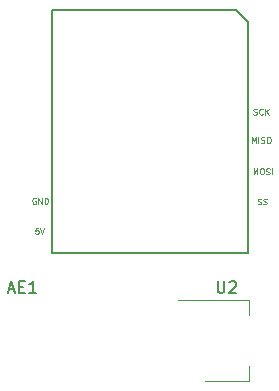
<source format=gto>
%TF.GenerationSoftware,KiCad,Pcbnew,5.0.0-rc2-dev-unknown-31e78d6~62~ubuntu17.10.1*%
%TF.CreationDate,2018-03-05T20:59:55-08:00*%
%TF.ProjectId,lora_nodemcu,6C6F72615F6E6F64656D63752E6B6963,rev?*%
%TF.SameCoordinates,Original*%
%TF.FileFunction,Legend,Top*%
%TF.FilePolarity,Positive*%
%FSLAX46Y46*%
G04 Gerber Fmt 4.6, Leading zero omitted, Abs format (unit mm)*
G04 Created by KiCad (PCBNEW 5.0.0-rc2-dev-unknown-31e78d6~62~ubuntu17.10.1) date Mon Mar  5 20:59:55 2018*
%MOMM*%
%LPD*%
G01*
G04 APERTURE LIST*
%ADD10C,0.100000*%
%ADD11C,0.150000*%
%ADD12C,0.120000*%
G04 APERTURE END LIST*
D10*
X139054761Y-94476190D02*
X138816666Y-94476190D01*
X138792857Y-94714285D01*
X138816666Y-94690476D01*
X138864285Y-94666666D01*
X138983333Y-94666666D01*
X139030952Y-94690476D01*
X139054761Y-94714285D01*
X139078571Y-94761904D01*
X139078571Y-94880952D01*
X139054761Y-94928571D01*
X139030952Y-94952380D01*
X138983333Y-94976190D01*
X138864285Y-94976190D01*
X138816666Y-94952380D01*
X138792857Y-94928571D01*
X139221428Y-94476190D02*
X139388095Y-94976190D01*
X139554761Y-94476190D01*
X138819047Y-91950000D02*
X138771428Y-91926190D01*
X138700000Y-91926190D01*
X138628571Y-91950000D01*
X138580952Y-91997619D01*
X138557142Y-92045238D01*
X138533333Y-92140476D01*
X138533333Y-92211904D01*
X138557142Y-92307142D01*
X138580952Y-92354761D01*
X138628571Y-92402380D01*
X138700000Y-92426190D01*
X138747619Y-92426190D01*
X138819047Y-92402380D01*
X138842857Y-92378571D01*
X138842857Y-92211904D01*
X138747619Y-92211904D01*
X139057142Y-92426190D02*
X139057142Y-91926190D01*
X139342857Y-92426190D01*
X139342857Y-91926190D01*
X139580952Y-92426190D02*
X139580952Y-91926190D01*
X139700000Y-91926190D01*
X139771428Y-91950000D01*
X139819047Y-91997619D01*
X139842857Y-92045238D01*
X139866666Y-92140476D01*
X139866666Y-92211904D01*
X139842857Y-92307142D01*
X139819047Y-92354761D01*
X139771428Y-92402380D01*
X139700000Y-92426190D01*
X139580952Y-92426190D01*
X157619047Y-92452380D02*
X157690476Y-92476190D01*
X157809523Y-92476190D01*
X157857142Y-92452380D01*
X157880952Y-92428571D01*
X157904761Y-92380952D01*
X157904761Y-92333333D01*
X157880952Y-92285714D01*
X157857142Y-92261904D01*
X157809523Y-92238095D01*
X157714285Y-92214285D01*
X157666666Y-92190476D01*
X157642857Y-92166666D01*
X157619047Y-92119047D01*
X157619047Y-92071428D01*
X157642857Y-92023809D01*
X157666666Y-92000000D01*
X157714285Y-91976190D01*
X157833333Y-91976190D01*
X157904761Y-92000000D01*
X158095238Y-92452380D02*
X158166666Y-92476190D01*
X158285714Y-92476190D01*
X158333333Y-92452380D01*
X158357142Y-92428571D01*
X158380952Y-92380952D01*
X158380952Y-92333333D01*
X158357142Y-92285714D01*
X158333333Y-92261904D01*
X158285714Y-92238095D01*
X158190476Y-92214285D01*
X158142857Y-92190476D01*
X158119047Y-92166666D01*
X158095238Y-92119047D01*
X158095238Y-92071428D01*
X158119047Y-92023809D01*
X158142857Y-92000000D01*
X158190476Y-91976190D01*
X158309523Y-91976190D01*
X158380952Y-92000000D01*
X157264285Y-89926190D02*
X157264285Y-89426190D01*
X157430952Y-89783333D01*
X157597619Y-89426190D01*
X157597619Y-89926190D01*
X157930952Y-89426190D02*
X158026190Y-89426190D01*
X158073809Y-89450000D01*
X158121428Y-89497619D01*
X158145238Y-89592857D01*
X158145238Y-89759523D01*
X158121428Y-89854761D01*
X158073809Y-89902380D01*
X158026190Y-89926190D01*
X157930952Y-89926190D01*
X157883333Y-89902380D01*
X157835714Y-89854761D01*
X157811904Y-89759523D01*
X157811904Y-89592857D01*
X157835714Y-89497619D01*
X157883333Y-89450000D01*
X157930952Y-89426190D01*
X158335714Y-89902380D02*
X158407142Y-89926190D01*
X158526190Y-89926190D01*
X158573809Y-89902380D01*
X158597619Y-89878571D01*
X158621428Y-89830952D01*
X158621428Y-89783333D01*
X158597619Y-89735714D01*
X158573809Y-89711904D01*
X158526190Y-89688095D01*
X158430952Y-89664285D01*
X158383333Y-89640476D01*
X158359523Y-89616666D01*
X158335714Y-89569047D01*
X158335714Y-89521428D01*
X158359523Y-89473809D01*
X158383333Y-89450000D01*
X158430952Y-89426190D01*
X158550000Y-89426190D01*
X158621428Y-89450000D01*
X158835714Y-89926190D02*
X158835714Y-89426190D01*
X157114285Y-87276190D02*
X157114285Y-86776190D01*
X157280952Y-87133333D01*
X157447619Y-86776190D01*
X157447619Y-87276190D01*
X157685714Y-87276190D02*
X157685714Y-86776190D01*
X157900000Y-87252380D02*
X157971428Y-87276190D01*
X158090476Y-87276190D01*
X158138095Y-87252380D01*
X158161904Y-87228571D01*
X158185714Y-87180952D01*
X158185714Y-87133333D01*
X158161904Y-87085714D01*
X158138095Y-87061904D01*
X158090476Y-87038095D01*
X157995238Y-87014285D01*
X157947619Y-86990476D01*
X157923809Y-86966666D01*
X157900000Y-86919047D01*
X157900000Y-86871428D01*
X157923809Y-86823809D01*
X157947619Y-86800000D01*
X157995238Y-86776190D01*
X158114285Y-86776190D01*
X158185714Y-86800000D01*
X158495238Y-86776190D02*
X158590476Y-86776190D01*
X158638095Y-86800000D01*
X158685714Y-86847619D01*
X158709523Y-86942857D01*
X158709523Y-87109523D01*
X158685714Y-87204761D01*
X158638095Y-87252380D01*
X158590476Y-87276190D01*
X158495238Y-87276190D01*
X158447619Y-87252380D01*
X158400000Y-87204761D01*
X158376190Y-87109523D01*
X158376190Y-86942857D01*
X158400000Y-86847619D01*
X158447619Y-86800000D01*
X158495238Y-86776190D01*
X157257142Y-84852380D02*
X157328571Y-84876190D01*
X157447619Y-84876190D01*
X157495238Y-84852380D01*
X157519047Y-84828571D01*
X157542857Y-84780952D01*
X157542857Y-84733333D01*
X157519047Y-84685714D01*
X157495238Y-84661904D01*
X157447619Y-84638095D01*
X157352380Y-84614285D01*
X157304761Y-84590476D01*
X157280952Y-84566666D01*
X157257142Y-84519047D01*
X157257142Y-84471428D01*
X157280952Y-84423809D01*
X157304761Y-84400000D01*
X157352380Y-84376190D01*
X157471428Y-84376190D01*
X157542857Y-84400000D01*
X158042857Y-84828571D02*
X158019047Y-84852380D01*
X157947619Y-84876190D01*
X157900000Y-84876190D01*
X157828571Y-84852380D01*
X157780952Y-84804761D01*
X157757142Y-84757142D01*
X157733333Y-84661904D01*
X157733333Y-84590476D01*
X157757142Y-84495238D01*
X157780952Y-84447619D01*
X157828571Y-84400000D01*
X157900000Y-84376190D01*
X157947619Y-84376190D01*
X158019047Y-84400000D01*
X158042857Y-84423809D01*
X158257142Y-84876190D02*
X158257142Y-84376190D01*
X158542857Y-84876190D02*
X158328571Y-84590476D01*
X158542857Y-84376190D02*
X158257142Y-84661904D01*
D11*
%TO.C,U1*%
X156813800Y-77009200D02*
X155813800Y-76009200D01*
X156813800Y-96609200D02*
X156813800Y-77009200D01*
X155813800Y-76009200D02*
X140213800Y-76009200D01*
X140213800Y-76009200D02*
X140213800Y-96609200D01*
X140213800Y-96609200D02*
X156813800Y-96609200D01*
D12*
%TO.C,U2*%
X156900800Y-107423000D02*
X156900800Y-106163000D01*
X156900800Y-100603000D02*
X156900800Y-101863000D01*
X153140800Y-107423000D02*
X156900800Y-107423000D01*
X150890800Y-100603000D02*
X156900800Y-100603000D01*
%TO.C,AE1*%
D11*
X136533333Y-99666666D02*
X137009523Y-99666666D01*
X136438095Y-99952380D02*
X136771428Y-98952380D01*
X137104761Y-99952380D01*
X137438095Y-99428571D02*
X137771428Y-99428571D01*
X137914285Y-99952380D02*
X137438095Y-99952380D01*
X137438095Y-98952380D01*
X137914285Y-98952380D01*
X138866666Y-99952380D02*
X138295238Y-99952380D01*
X138580952Y-99952380D02*
X138580952Y-98952380D01*
X138485714Y-99095238D01*
X138390476Y-99190476D01*
X138295238Y-99238095D01*
%TO.C,U2*%
X154228895Y-98965380D02*
X154228895Y-99774904D01*
X154276514Y-99870142D01*
X154324133Y-99917761D01*
X154419371Y-99965380D01*
X154609847Y-99965380D01*
X154705085Y-99917761D01*
X154752704Y-99870142D01*
X154800323Y-99774904D01*
X154800323Y-98965380D01*
X155228895Y-99060619D02*
X155276514Y-99013000D01*
X155371752Y-98965380D01*
X155609847Y-98965380D01*
X155705085Y-99013000D01*
X155752704Y-99060619D01*
X155800323Y-99155857D01*
X155800323Y-99251095D01*
X155752704Y-99393952D01*
X155181276Y-99965380D01*
X155800323Y-99965380D01*
%TD*%
M02*

</source>
